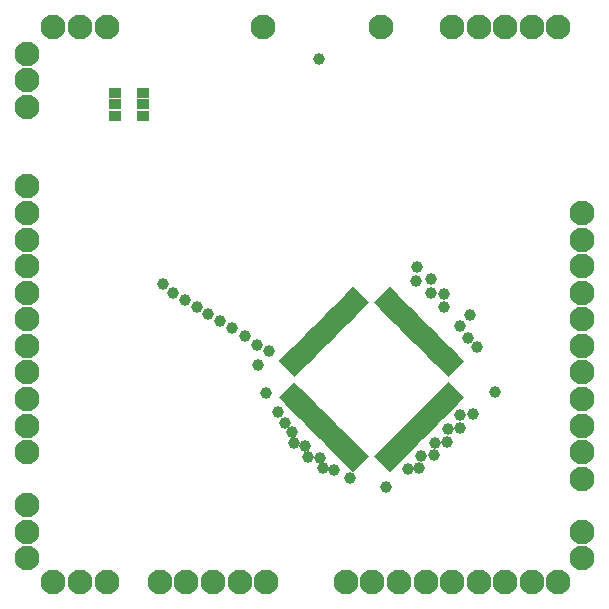
<source format=gbr>
G04 #@! TF.FileFunction,Soldermask,Top*
%FSLAX46Y46*%
G04 Gerber Fmt 4.6, Leading zero omitted, Abs format (unit mm)*
G04 Created by KiCad (PCBNEW 4.0.1-stable) date Friday, September 23, 2016 'AMt' 01:17:15 AM*
%MOMM*%
G01*
G04 APERTURE LIST*
%ADD10C,0.100000*%
%ADD11R,1.000000X0.900000*%
%ADD12C,1.000000*%
%ADD13C,2.100000*%
G04 APERTURE END LIST*
D10*
D11*
X111300000Y-52100000D03*
X109000000Y-52100000D03*
X111300000Y-53050000D03*
X109000000Y-53050000D03*
X111300000Y-54000000D03*
X109000000Y-54000000D03*
D10*
G36*
X128460291Y-69135188D02*
X129132042Y-68463437D01*
X130475545Y-69806940D01*
X129803794Y-70478691D01*
X128460291Y-69135188D01*
X128460291Y-69135188D01*
G37*
G36*
X127894606Y-69700874D02*
X128566357Y-69029123D01*
X129909860Y-70372626D01*
X129238109Y-71044377D01*
X127894606Y-69700874D01*
X127894606Y-69700874D01*
G37*
G36*
X127328921Y-70266559D02*
X128000672Y-69594808D01*
X129344175Y-70938311D01*
X128672424Y-71610062D01*
X127328921Y-70266559D01*
X127328921Y-70266559D01*
G37*
G36*
X126763235Y-70832244D02*
X127434986Y-70160493D01*
X128778489Y-71503996D01*
X128106738Y-72175747D01*
X126763235Y-70832244D01*
X126763235Y-70832244D01*
G37*
G36*
X126197550Y-71397930D02*
X126869301Y-70726179D01*
X128212804Y-72069682D01*
X127541053Y-72741433D01*
X126197550Y-71397930D01*
X126197550Y-71397930D01*
G37*
G36*
X125631864Y-71963615D02*
X126303615Y-71291864D01*
X127647118Y-72635367D01*
X126975367Y-73307118D01*
X125631864Y-71963615D01*
X125631864Y-71963615D01*
G37*
G36*
X125066179Y-72529301D02*
X125737930Y-71857550D01*
X127081433Y-73201053D01*
X126409682Y-73872804D01*
X125066179Y-72529301D01*
X125066179Y-72529301D01*
G37*
G36*
X124500493Y-73094986D02*
X125172244Y-72423235D01*
X126515747Y-73766738D01*
X125843996Y-74438489D01*
X124500493Y-73094986D01*
X124500493Y-73094986D01*
G37*
G36*
X123934808Y-73660672D02*
X124606559Y-72988921D01*
X125950062Y-74332424D01*
X125278311Y-75004175D01*
X123934808Y-73660672D01*
X123934808Y-73660672D01*
G37*
G36*
X123369123Y-74226357D02*
X124040874Y-73554606D01*
X125384377Y-74898109D01*
X124712626Y-75569860D01*
X123369123Y-74226357D01*
X123369123Y-74226357D01*
G37*
G36*
X122803437Y-74792042D02*
X123475188Y-74120291D01*
X124818691Y-75463794D01*
X124146940Y-76135545D01*
X122803437Y-74792042D01*
X122803437Y-74792042D01*
G37*
G36*
X123475188Y-78539709D02*
X122803437Y-77867958D01*
X124146940Y-76524455D01*
X124818691Y-77196206D01*
X123475188Y-78539709D01*
X123475188Y-78539709D01*
G37*
G36*
X124040874Y-79105394D02*
X123369123Y-78433643D01*
X124712626Y-77090140D01*
X125384377Y-77761891D01*
X124040874Y-79105394D01*
X124040874Y-79105394D01*
G37*
G36*
X124606559Y-79671079D02*
X123934808Y-78999328D01*
X125278311Y-77655825D01*
X125950062Y-78327576D01*
X124606559Y-79671079D01*
X124606559Y-79671079D01*
G37*
G36*
X125172244Y-80236765D02*
X124500493Y-79565014D01*
X125843996Y-78221511D01*
X126515747Y-78893262D01*
X125172244Y-80236765D01*
X125172244Y-80236765D01*
G37*
G36*
X125737930Y-80802450D02*
X125066179Y-80130699D01*
X126409682Y-78787196D01*
X127081433Y-79458947D01*
X125737930Y-80802450D01*
X125737930Y-80802450D01*
G37*
G36*
X126303615Y-81368136D02*
X125631864Y-80696385D01*
X126975367Y-79352882D01*
X127647118Y-80024633D01*
X126303615Y-81368136D01*
X126303615Y-81368136D01*
G37*
G36*
X126869301Y-81933821D02*
X126197550Y-81262070D01*
X127541053Y-79918567D01*
X128212804Y-80590318D01*
X126869301Y-81933821D01*
X126869301Y-81933821D01*
G37*
G36*
X127434986Y-82499507D02*
X126763235Y-81827756D01*
X128106738Y-80484253D01*
X128778489Y-81156004D01*
X127434986Y-82499507D01*
X127434986Y-82499507D01*
G37*
G36*
X128000672Y-83065192D02*
X127328921Y-82393441D01*
X128672424Y-81049938D01*
X129344175Y-81721689D01*
X128000672Y-83065192D01*
X128000672Y-83065192D01*
G37*
G36*
X128566357Y-83630877D02*
X127894606Y-82959126D01*
X129238109Y-81615623D01*
X129909860Y-82287374D01*
X128566357Y-83630877D01*
X128566357Y-83630877D01*
G37*
G36*
X129132042Y-84196563D02*
X128460291Y-83524812D01*
X129803794Y-82181309D01*
X130475545Y-82853060D01*
X129132042Y-84196563D01*
X129132042Y-84196563D01*
G37*
G36*
X130864455Y-82853060D02*
X131536206Y-82181309D01*
X132879709Y-83524812D01*
X132207958Y-84196563D01*
X130864455Y-82853060D01*
X130864455Y-82853060D01*
G37*
G36*
X131430140Y-82287374D02*
X132101891Y-81615623D01*
X133445394Y-82959126D01*
X132773643Y-83630877D01*
X131430140Y-82287374D01*
X131430140Y-82287374D01*
G37*
G36*
X131995825Y-81721689D02*
X132667576Y-81049938D01*
X134011079Y-82393441D01*
X133339328Y-83065192D01*
X131995825Y-81721689D01*
X131995825Y-81721689D01*
G37*
G36*
X132561511Y-81156004D02*
X133233262Y-80484253D01*
X134576765Y-81827756D01*
X133905014Y-82499507D01*
X132561511Y-81156004D01*
X132561511Y-81156004D01*
G37*
G36*
X133127196Y-80590318D02*
X133798947Y-79918567D01*
X135142450Y-81262070D01*
X134470699Y-81933821D01*
X133127196Y-80590318D01*
X133127196Y-80590318D01*
G37*
G36*
X133692882Y-80024633D02*
X134364633Y-79352882D01*
X135708136Y-80696385D01*
X135036385Y-81368136D01*
X133692882Y-80024633D01*
X133692882Y-80024633D01*
G37*
G36*
X134258567Y-79458947D02*
X134930318Y-78787196D01*
X136273821Y-80130699D01*
X135602070Y-80802450D01*
X134258567Y-79458947D01*
X134258567Y-79458947D01*
G37*
G36*
X134824253Y-78893262D02*
X135496004Y-78221511D01*
X136839507Y-79565014D01*
X136167756Y-80236765D01*
X134824253Y-78893262D01*
X134824253Y-78893262D01*
G37*
G36*
X135389938Y-78327576D02*
X136061689Y-77655825D01*
X137405192Y-78999328D01*
X136733441Y-79671079D01*
X135389938Y-78327576D01*
X135389938Y-78327576D01*
G37*
G36*
X135955623Y-77761891D02*
X136627374Y-77090140D01*
X137970877Y-78433643D01*
X137299126Y-79105394D01*
X135955623Y-77761891D01*
X135955623Y-77761891D01*
G37*
G36*
X136521309Y-77196206D02*
X137193060Y-76524455D01*
X138536563Y-77867958D01*
X137864812Y-78539709D01*
X136521309Y-77196206D01*
X136521309Y-77196206D01*
G37*
G36*
X137193060Y-76135545D02*
X136521309Y-75463794D01*
X137864812Y-74120291D01*
X138536563Y-74792042D01*
X137193060Y-76135545D01*
X137193060Y-76135545D01*
G37*
G36*
X136627374Y-75569860D02*
X135955623Y-74898109D01*
X137299126Y-73554606D01*
X137970877Y-74226357D01*
X136627374Y-75569860D01*
X136627374Y-75569860D01*
G37*
G36*
X136061689Y-75004175D02*
X135389938Y-74332424D01*
X136733441Y-72988921D01*
X137405192Y-73660672D01*
X136061689Y-75004175D01*
X136061689Y-75004175D01*
G37*
G36*
X135496004Y-74438489D02*
X134824253Y-73766738D01*
X136167756Y-72423235D01*
X136839507Y-73094986D01*
X135496004Y-74438489D01*
X135496004Y-74438489D01*
G37*
G36*
X134930318Y-73872804D02*
X134258567Y-73201053D01*
X135602070Y-71857550D01*
X136273821Y-72529301D01*
X134930318Y-73872804D01*
X134930318Y-73872804D01*
G37*
G36*
X134364633Y-73307118D02*
X133692882Y-72635367D01*
X135036385Y-71291864D01*
X135708136Y-71963615D01*
X134364633Y-73307118D01*
X134364633Y-73307118D01*
G37*
G36*
X133798947Y-72741433D02*
X133127196Y-72069682D01*
X134470699Y-70726179D01*
X135142450Y-71397930D01*
X133798947Y-72741433D01*
X133798947Y-72741433D01*
G37*
G36*
X133233262Y-72175747D02*
X132561511Y-71503996D01*
X133905014Y-70160493D01*
X134576765Y-70832244D01*
X133233262Y-72175747D01*
X133233262Y-72175747D01*
G37*
G36*
X132667576Y-71610062D02*
X131995825Y-70938311D01*
X133339328Y-69594808D01*
X134011079Y-70266559D01*
X132667576Y-71610062D01*
X132667576Y-71610062D01*
G37*
G36*
X132101891Y-71044377D02*
X131430140Y-70372626D01*
X132773643Y-69029123D01*
X133445394Y-69700874D01*
X132101891Y-71044377D01*
X132101891Y-71044377D01*
G37*
G36*
X131536206Y-70478691D02*
X130864455Y-69806940D01*
X132207958Y-68463437D01*
X132879709Y-69135188D01*
X131536206Y-70478691D01*
X131536206Y-70478691D01*
G37*
D12*
X126250000Y-49250000D03*
X126250000Y-49250000D03*
D13*
X121500000Y-46500000D03*
X131500000Y-46500000D03*
D12*
X113050000Y-68253146D03*
X113875000Y-69000000D03*
X114925000Y-69600000D03*
X115900000Y-70200000D03*
X116800000Y-70800000D03*
X117825000Y-71400000D03*
X118850000Y-72000000D03*
X119950000Y-72700000D03*
X120975000Y-73395508D03*
X122000000Y-73961193D03*
X121075000Y-75100000D03*
X134493146Y-66850000D03*
X134449517Y-68025000D03*
X135730887Y-67875000D03*
X135675000Y-69062258D03*
X136800000Y-69068629D03*
X136775000Y-70225000D03*
X139000000Y-70900000D03*
X138200000Y-71800000D03*
X138875000Y-72800000D03*
X139600000Y-73600000D03*
X141125000Y-77375000D03*
X139296854Y-79300000D03*
X138200000Y-79334517D03*
X138175000Y-80440887D03*
X137177742Y-80575000D03*
X137096371Y-81625000D03*
X136090000Y-81750000D03*
X135975000Y-82766371D03*
X134855530Y-82800000D03*
X134724160Y-83800000D03*
X133800000Y-83900000D03*
X131872082Y-85450000D03*
X128875000Y-84725000D03*
X127525000Y-84000483D03*
X126529112Y-83875000D03*
X126275000Y-82997742D03*
X125266370Y-82875000D03*
X125025000Y-81975000D03*
X124150000Y-81725000D03*
X123925000Y-80822258D03*
X123350000Y-80000000D03*
X122750000Y-79100000D03*
X121750000Y-77532082D03*
D13*
X101500000Y-53250000D03*
X146500000Y-93500000D03*
X146500000Y-46500000D03*
X144250000Y-93500000D03*
X144250000Y-46500000D03*
X142000000Y-93500000D03*
X142000000Y-46500000D03*
X139750000Y-93500000D03*
X139750000Y-46500000D03*
X137500000Y-93500000D03*
X137500000Y-46500000D03*
X135250000Y-93500000D03*
X133000000Y-93500000D03*
X130750000Y-93500000D03*
X128500000Y-93500000D03*
X121750000Y-93500000D03*
X119500000Y-93500000D03*
X117250000Y-93500000D03*
X115000000Y-93500000D03*
X112750000Y-93500000D03*
X108250000Y-93500000D03*
X108250000Y-46500000D03*
X106000000Y-93500000D03*
X106000000Y-46500000D03*
X103750000Y-93500000D03*
X103750000Y-46500000D03*
X101500000Y-91500000D03*
X148500000Y-91500000D03*
X148500000Y-89250000D03*
X148500000Y-84750000D03*
X148500000Y-82500000D03*
X148500000Y-80250000D03*
X148500000Y-78000000D03*
X148500000Y-75750000D03*
X148500000Y-73500000D03*
X148500000Y-71250000D03*
X148500000Y-69000000D03*
X148500000Y-66750000D03*
X148500000Y-64500000D03*
X148500000Y-62250000D03*
X101500000Y-89250000D03*
X101500000Y-87000000D03*
X101500000Y-82500000D03*
X101500000Y-80250000D03*
X101500000Y-78000000D03*
X101500000Y-75750000D03*
X101500000Y-73500000D03*
X101500000Y-71250000D03*
X101500000Y-69000000D03*
X101500000Y-66750000D03*
X101500000Y-64500000D03*
X101500000Y-62250000D03*
X101500000Y-60000000D03*
X101500000Y-51000000D03*
X101500000Y-48750000D03*
M02*

</source>
